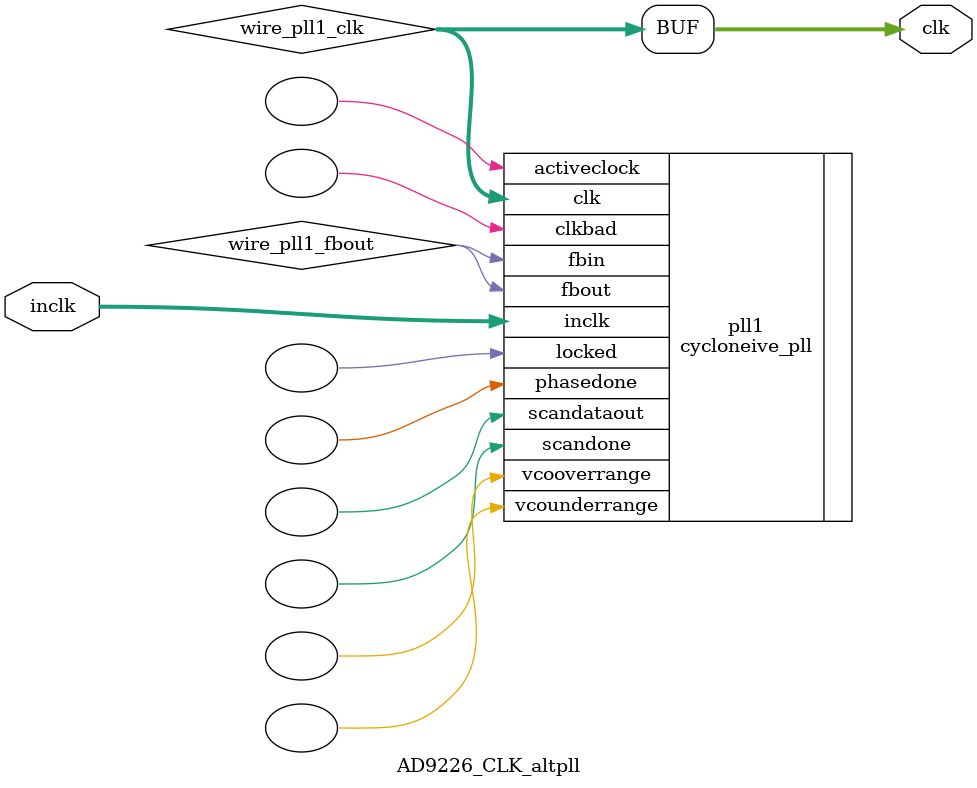
<source format=v>






//synthesis_resources = cycloneive_pll 1 
//synopsys translate_off
`timescale 1 ps / 1 ps
//synopsys translate_on
module  AD9226_CLK_altpll
	( 
	clk,
	inclk) /* synthesis synthesis_clearbox=1 */;
	output   [4:0]  clk;
	input   [1:0]  inclk;
`ifndef ALTERA_RESERVED_QIS
// synopsys translate_off
`endif
	tri0   [1:0]  inclk;
`ifndef ALTERA_RESERVED_QIS
// synopsys translate_on
`endif

	wire  [4:0]   wire_pll1_clk;
	wire  wire_pll1_fbout;

	cycloneive_pll   pll1
	( 
	.activeclock(),
	.clk(wire_pll1_clk),
	.clkbad(),
	.fbin(wire_pll1_fbout),
	.fbout(wire_pll1_fbout),
	.inclk(inclk),
	.locked(),
	.phasedone(),
	.scandataout(),
	.scandone(),
	.vcooverrange(),
	.vcounderrange()
	`ifndef FORMAL_VERIFICATION
	// synopsys translate_off
	`endif
	,
	.areset(1'b0),
	.clkswitch(1'b0),
	.configupdate(1'b0),
	.pfdena(1'b1),
	.phasecounterselect({3{1'b0}}),
	.phasestep(1'b0),
	.phaseupdown(1'b0),
	.scanclk(1'b0),
	.scanclkena(1'b1),
	.scandata(1'b0)
	`ifndef FORMAL_VERIFICATION
	// synopsys translate_on
	`endif
	);
	defparam
		pll1.bandwidth_type = "auto",
		pll1.clk0_divide_by = 10,
		pll1.clk0_duty_cycle = 50,
		pll1.clk0_multiply_by = 13,
		pll1.clk0_phase_shift = "0",
		pll1.clk1_divide_by = 5,
		pll1.clk1_duty_cycle = 50,
		pll1.clk1_multiply_by = 13,
		pll1.clk1_phase_shift = "0",
		pll1.compensate_clock = "clk0",
		pll1.inclk0_input_frequency = 20000,
		pll1.operation_mode = "normal",
		pll1.pll_type = "auto",
		pll1.lpm_type = "cycloneive_pll";
	assign
		clk = {wire_pll1_clk[4:0]};
endmodule //AD9226_CLK_altpll
//VALID FILE

</source>
